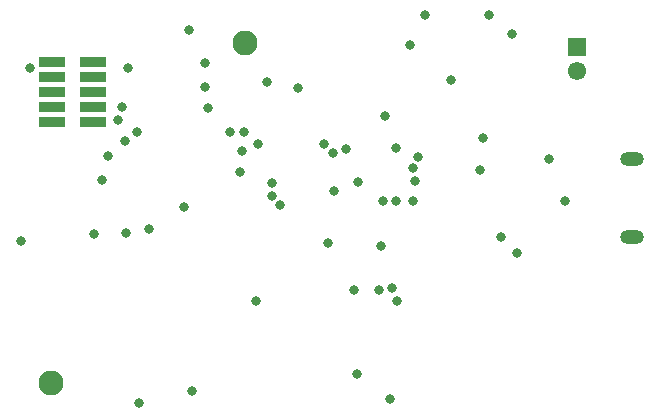
<source format=gbs>
G04*
G04 #@! TF.GenerationSoftware,Altium Limited,Altium Designer,19.1.5 (86)*
G04*
G04 Layer_Color=16711935*
%FSLAX44Y44*%
%MOMM*%
G71*
G01*
G75*
%ADD57C,2.1031*%
%ADD58C,1.5532*%
%ADD59R,1.5532X1.5532*%
%ADD60O,2.0032X1.2032*%
%ADD61C,0.8382*%
%ADD70R,2.2532X0.9632*%
D57*
X40000Y-324000D02*
D03*
X204000Y-36000D02*
D03*
D58*
X485648Y-59690D02*
D03*
D59*
Y-39690D02*
D03*
D60*
X532210Y-134490D02*
D03*
Y-200490D02*
D03*
D61*
X105156Y-57404D02*
D03*
X156718Y-25146D02*
D03*
X344424Y-37592D02*
D03*
X222758Y-69088D02*
D03*
X323342Y-97790D02*
D03*
X202184Y-127762D02*
D03*
X200152Y-145796D02*
D03*
X279146Y-129032D02*
D03*
X215138Y-122174D02*
D03*
X271526Y-121920D02*
D03*
X203962Y-111252D02*
D03*
X249682Y-74676D02*
D03*
X123444Y-194056D02*
D03*
X152908Y-175006D02*
D03*
X410972Y-12954D02*
D03*
X379222Y-67310D02*
D03*
X430784Y-28956D02*
D03*
X173228Y-90932D02*
D03*
X191770Y-111506D02*
D03*
X356616Y-12700D02*
D03*
X170434Y-53086D02*
D03*
X113030Y-111506D02*
D03*
X114554Y-341122D02*
D03*
X103378Y-197358D02*
D03*
X227076Y-165862D02*
D03*
X233934Y-173736D02*
D03*
X434340Y-213868D02*
D03*
X159512Y-330962D02*
D03*
X326898Y-337312D02*
D03*
X299974Y-153924D02*
D03*
X290322Y-125984D02*
D03*
X332486Y-125222D02*
D03*
X351282Y-133096D02*
D03*
X100076Y-90678D02*
D03*
X103124Y-118872D02*
D03*
X97028Y-101346D02*
D03*
X227076Y-155194D02*
D03*
X331978Y-169672D02*
D03*
X321056Y-170434D02*
D03*
X346964Y-141732D02*
D03*
X348234Y-152908D02*
D03*
X296560Y-245476D02*
D03*
X274574Y-205232D02*
D03*
X299212Y-316484D02*
D03*
X88646Y-131826D02*
D03*
X333502Y-254762D02*
D03*
X328930Y-244094D02*
D03*
X346456Y-169672D02*
D03*
X279908Y-161290D02*
D03*
X461518Y-134112D02*
D03*
X318262Y-245110D02*
D03*
X319150Y-208406D02*
D03*
X403352Y-143764D02*
D03*
X83312Y-151892D02*
D03*
X76962Y-198374D02*
D03*
X214122Y-255016D02*
D03*
X170434Y-73406D02*
D03*
X14478Y-204216D02*
D03*
X22098Y-57404D02*
D03*
X420878Y-200152D02*
D03*
X405638Y-116840D02*
D03*
X475742Y-170434D02*
D03*
D70*
X40640Y-52070D02*
D03*
Y-64770D02*
D03*
Y-77470D02*
D03*
Y-90170D02*
D03*
Y-102870D02*
D03*
X76140Y-52070D02*
D03*
D03*
Y-64770D02*
D03*
Y-77470D02*
D03*
Y-90170D02*
D03*
Y-102870D02*
D03*
M02*

</source>
